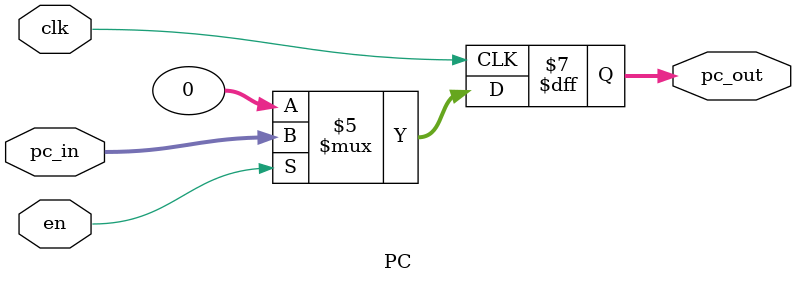
<source format=sv>
`timescale 1ns / 1ps

module PC(
	input clk,
	input en, //enable signal for PC to start counting
    input [31:0] pc_in,
    output reg [31:0] pc_out
    );

initial begin
	pc_out<=0;
	end
	
always @(posedge clk)      //Assigns pc_out equal to pc_in at every clock cycle
	begin
		if(en==1)
		begin
			pc_out<=pc_in;
		end
		else
		begin
			pc_out<=0;
		end          
	end

endmodule
</source>
